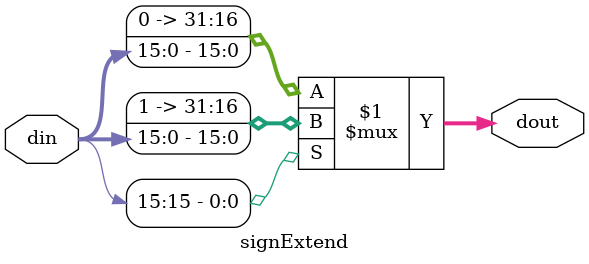
<source format=v>
module signExtend(din, dout);
parameter N  = 32,
          I = 16;
input [I-1:0] din;
output [N-1:0] dout;

assign dout = din[I-1] ? {{(N-I){1'b1}}, din} : {{(N-I){1'b0}}, din};

endmodule

</source>
